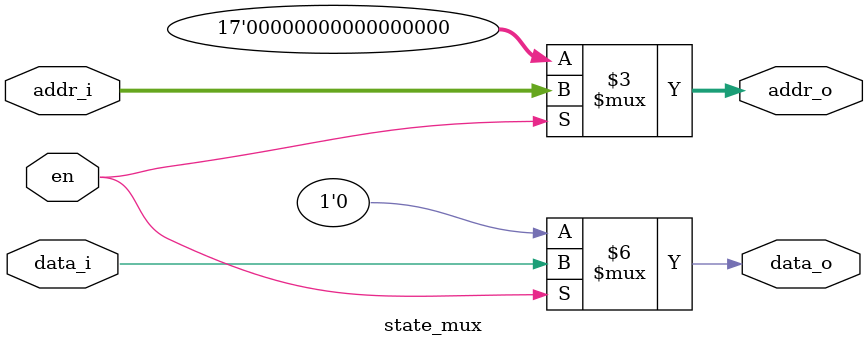
<source format=v>
`timescale 1ns / 1ps


module state_mux(
    input en,
    input data_i,
    input [16:0] addr_i,
    output reg data_o,
    output reg [16:0]addr_o
    );
always @ (*)
begin
    if (en)
    begin
        data_o <= data_i;
        addr_o <= addr_i;
    end
    else
    begin
        data_o = 0;
        addr_o = 0;
    end
end
endmodule

</source>
